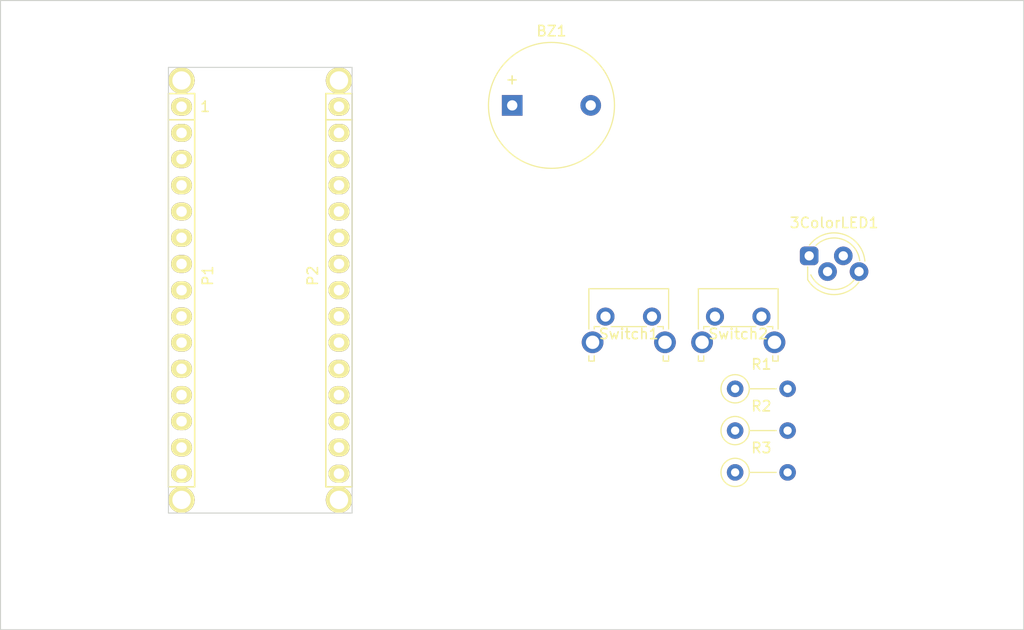
<source format=kicad_pcb>
(kicad_pcb (version 20221018) (generator pcbnew)
  (title_block (date "jeu. 02 avril 2015"))
  (layers (0 "F.Cu" signal) (31 "B.Cu" signal) (34 "B.Paste" user) (35 "F.Paste" user) (36 "B.SilkS" user "B.Silkscreen") (37 "F.SilkS" user "F.Silkscreen") (38 "B.Mask" user) (39 "F.Mask" user) (44 "Edge.Cuts" user))
  (net 0 "")
  (net 1 "/1(Tx)")
  (net 2 "/0(Rx)")
  (net 3 "/Reset")
  (net 4 "GND")
  (net 5 "/2")
  (net 6 "/3(**)")
  (net 7 "/4")
  (net 8 "/5(**)")
  (net 9 "/6(**)")
  (net 10 "/7")
  (net 11 "/8")
  (net 12 "/9(**)")
  (net 13 "Net-(3ColorLED1-K)")
  (net 14 "/10(**{slash}SS)")
  (net 15 "+5V")
  (net 16 "/A7")
  (net 17 "/A6")
  (net 18 "/A5")
  (net 19 "/A4")
  (net 20 "/A3")
  (net 21 "/A2")
  (net 22 "/A1")
  (net 23 "/A0")
  (net 24 "/AREF")
  (net 25 "/13(SCK)")
  (net 26 "/11(**{slash}MOSI)")
  (net 27 "+12V")
  (net 30 "+3V3")
  (net 32 "/12(MISO)")
  (net 34 "+3.3V")
  (footprint "Socket_Arduino_Nano:Socket_Strip_Arduino_1x15" (layer "F.Cu") (at 139.446 71.247 -90)
    (fp_text reference "P1" (at 16.383 -2.54 -90) (layer "F.SilkS"))
    (fp_text value "Digital")
    (fp_line (start -1.27 -1.27) (end -1.27 1.27) (stroke (width 0.15)) (layer "F.SilkS"))
    (fp_line (start -1.27 1.27) (end 1.27 1.27) (stroke (width 0.15)) (layer "F.SilkS"))
    (fp_line (start 1.27 -1.27) (end -1.27 -1.27) (stroke (width 0.15)) (layer "F.SilkS"))
    (fp_line (start 1.27 -1.27) (end 36.83 -1.27) (stroke (width 0.15)) (layer "F.SilkS"))
    (fp_line (start 1.27 1.27) (end 1.27 -1.27) (stroke (width 0.15)) (layer "F.SilkS"))
    (fp_line (start 36.83 -1.27) (end 36.83 1.27) (stroke (width 0.15)) (layer "F.SilkS"))
    (fp_line (start 36.83 1.27) (end 1.27 1.27) (stroke (width 0.15)) (layer "F.SilkS"))
    (pad "1" thru_hole oval locked (at 0 0 270) (size 1.7272 2.032) (drill 1.016) (layers "*.Cu" "*.Mask" "F.SilkS") (net 1 "/1(Tx)"))
    (pad "2" thru_hole oval locked (at 2.54 0 270) (size 1.7272 2.032) (drill 1.016) (layers "*.Cu" "*.Mask" "F.SilkS") (net 2 "/0(Rx)"))
    (pad "3" thru_hole oval locked (at 5.08 0 270) (size 1.7272 2.032) (drill 1.016) (layers "*.Cu" "*.Mask" "F.SilkS") (net 3 "/Reset"))
    (pad "4" thru_hole oval locked (at 7.62 0 270) (size 1.7272 2.032) (drill 1.016) (layers "*.Cu" "*.Mask" "F.SilkS") (net 4 "GND"))
    (pad "5" thru_hole oval locked (at 10.16 0 270) (size 1.7272 2.032) (drill 1.016) (layers "*.Cu" "*.Mask" "F.SilkS") (net 5 "/2"))
    (pad "6" thru_hole oval locked (at 12.7 0 270) (size 1.7272 2.032) (drill 1.016) (layers "*.Cu" "*.Mask" "F.SilkS") (net 6 "/3(**)"))
    (pad "7" thru_hole oval locked (at 15.24 0 270) (size 1.7272 2.032) (drill 1.016) (layers "*.Cu" "*.Mask" "F.SilkS") (net 7 "/4"))
    (pad "8" thru_hole oval locked (at 17.78 0 270) (size 1.7272 2.032) (drill 1.016) (layers "*.Cu" "*.Mask" "F.SilkS") (net 8 "/5(**)"))
    (pad "9" thru_hole oval locked (at 20.32 0 270) (size 1.7272 2.032) (drill 1.016) (layers "*.Cu" "*.Mask" "F.SilkS") (net 9 "/6(**)"))
    (pad "10" thru_hole oval locked (at 22.86 0 270) (size 1.7272 2.032) (drill 1.016) (layers "*.Cu" "*.Mask" "F.SilkS") (net 10 "/7"))
    (pad "11" thru_hole oval locked (at 25.4 0 270) (size 1.7272 2.032) (drill 1.016) (layers "*.Cu" "*.Mask" "F.SilkS") (net 11 "/8"))
    (pad "12" thru_hole oval locked (at 27.94 0 270) (size 1.7272 2.032) (drill 1.016) (layers "*.Cu" "*.Mask" "F.SilkS") (net 12 "/9(**)"))
    (pad "13" thru_hole oval locked (at 30.48 0 270) (size 1.7272 2.032) (drill 1.016) (layers "*.Cu" "*.Mask" "F.SilkS") (net 14 "/10(**{slash}SS)"))
    (pad "14" thru_hole oval locked (at 33.02 0 270) (size 1.7272 2.032) (drill 1.016) (layers "*.Cu" "*.Mask" "F.SilkS") (net 26 "/11(**{slash}MOSI)"))
    (pad "15" thru_hole oval locked (at 35.56 0 270) (size 1.7272 2.032) (drill 1.016) (layers "*.Cu" "*.Mask" "F.SilkS") (net 32 "/12(MISO)"))
  )
  (footprint "Socket_Arduino_Nano:Socket_Strip_Arduino_1x15" (layer "F.Cu") (at 154.686 71.247 -90)
    (fp_text reference "P2" (at 16.383 2.54 -90) (layer "F.SilkS"))
    (fp_text value "Analog")
    (fp_line (start -1.27 -1.27) (end -1.27 1.27) (stroke (width 0.15)) (layer "F.SilkS"))
    (fp_line (start -1.27 1.27) (end 1.27 1.27) (stroke (width 0.15)) (layer "F.SilkS"))
    (fp_line (start 1.27 -1.27) (end -1.27 -1.27) (stroke (width 0.15)) (layer "F.SilkS"))
    (fp_line (start 1.27 -1.27) (end 36.83 -1.27) (stroke (width 0.15)) (layer "F.SilkS"))
    (fp_line (start 1.27 1.27) (end 1.27 -1.27) (stroke (width 0.15)) (layer "F.SilkS"))
    (fp_line (start 36.83 -1.27) (end 36.83 1.27) (stroke (width 0.15)) (layer "F.SilkS"))
    (fp_line (start 36.83 1.27) (end 1.27 1.27) (stroke (width 0.15)) (layer "F.SilkS"))
    (pad "1" thru_hole oval locked (at 0 0 270) (size 1.7272 2.032) (drill 1.016) (layers "*.Cu" "*.Mask" "F.SilkS") (net 27 "+12V"))
    (pad "2" thru_hole oval locked (at 2.54 0 270) (size 1.7272 2.032) (drill 1.016) (layers "*.Cu" "*.Mask" "F.SilkS") (net 4 "GND"))
    (pad "3" thru_hole oval locked (at 5.08 0 270) (size 1.7272 2.032) (drill 1.016) (layers "*.Cu" "*.Mask" "F.SilkS") (net 3 "/Reset"))
    (pad "4" thru_hole oval locked (at 7.62 0 270) (size 1.7272 2.032) (drill 1.016) (layers "*.Cu" "*.Mask" "F.SilkS") (net 15 "+5V"))
    (pad "5" thru_hole oval locked (at 10.16 0 270) (size 1.7272 2.032) (drill 1.016) (layers "*.Cu" "*.Mask" "F.SilkS") (net 16 "/A7"))
    (pad "6" thru_hole oval locked (at 12.7 0 270) (size 1.7272 2.032) (drill 1.016) (layers "*.Cu" "*.Mask" "F.SilkS") (net 17 "/A6"))
    (pad "7" thru_hole oval locked (at 15.24 0 270) (size 1.7272 2.032) (drill 1.016) (layers "*.Cu" "*.Mask" "F.SilkS") (net 18 "/A5"))
    (pad "8" thru_hole oval locked (at 17.78 0 270) (size 1.7272 2.032) (drill 1.016) (layers "*.Cu" "*.Mask" "F.SilkS") (net 19 "/A4"))
    (pad "9" thru_hole oval locked (at 20.32 0 270) (size 1.7272 2.032) (drill 1.016) (layers "*.Cu" "*.Mask" "F.SilkS") (net 20 "/A3"))
    (pad "10" thru_hole oval locked (at 22.86 0 270) (size 1.7272 2.032) (drill 1.016) (layers "*.Cu" "*.Mask" "F.SilkS") (net 21 "/A2"))
    (pad "11" thru_hole oval locked (at 25.4 0 270) (size 1.7272 2.032) (drill 1.016) (layers "*.Cu" "*.Mask" "F.SilkS") (net 22 "/A1"))
    (pad "12" thru_hole oval locked (at 27.94 0 270) (size 1.7272 2.032) (drill 1.016) (layers "*.Cu" "*.Mask" "F.SilkS") (net 23 "/A0"))
    (pad "13" thru_hole oval locked (at 30.48 0 270) (size 1.7272 2.032) (drill 1.016) (layers "*.Cu" "*.Mask" "F.SilkS") (net 24 "/AREF"))
    (pad "14" thru_hole oval locked (at 33.02 0 270) (size 1.7272 2.032) (drill 1.016) (layers "*.Cu" "*.Mask" "F.SilkS") (net 30 "+3V3"))
    (pad "15" thru_hole oval locked (at 35.56 0 270) (size 1.7272 2.032) (drill 1.016) (layers "*.Cu" "*.Mask" "F.SilkS") (net 25 "/13(SCK)"))
  )
  (footprint "Socket_Arduino_Nano:1pin_Nano" (layer "F.Cu") (at 139.446 68.707)
    (fp_text reference "P3" hide)
    (fp_text value "CONN_01X01" hide)
    (pad "1" thru_hole circle locked (at 0 0) (size 2.54 2.54) (drill 1.778) (layers "*.Cu" "*.Mask" "F.SilkS"))
  )
  (footprint "Socket_Arduino_Nano:1pin_Nano" (layer "F.Cu") (at 139.446 109.347)
    (fp_text reference "P4" hide)
    (fp_text value "CONN_01X01" hide)
    (pad "1" thru_hole circle locked (at 0 0) (size 2.54 2.54) (drill 1.778) (layers "*.Cu" "*.Mask" "F.SilkS"))
  )
  (footprint "Socket_Arduino_Nano:1pin_Nano" (layer "F.Cu") (at 154.686 109.347)
    (fp_text reference "P5" hide)
    (fp_text value "CONN_01X01" hide)
    (pad "1" thru_hole circle locked (at 0 0) (size 2.54 2.54) (drill 1.778) (layers "*.Cu" "*.Mask" "F.SilkS"))
  )
  (footprint "Socket_Arduino_Nano:1pin_Nano" (layer "F.Cu") (at 154.686 68.707)
    (fp_text reference "P6" hide)
    (fp_text value "CONN_01X01" hide)
    (pad "1" thru_hole circle locked (at 0 0) (size 2.54 2.54) (drill 1.778) (layers "*.Cu" "*.Mask" "F.SilkS"))
  )
  (footprint "Resistor_THT:R_Axial_DIN0207_L6.3mm_D2.5mm_P5.08mm_Vertical" (layer "F.Cu") (at 193.04 106.68)
    (fp_text reference "R3" (at 2.54 -2.37) (layer "F.SilkS"))
    (fp_text value "330")
    (fp_line (start 1.37 0) (end 3.98 0) (stroke (width 0.12)) (layer "F.SilkS"))
    (fp_circle (center 0 0) (end 1.37 0) (stroke (width 0.12)) (fill none) (layer "F.SilkS"))
    (pad "1" thru_hole circle (at 0 0) (size 1.6 1.6) (drill 0.8) (layers "*.Cu" "*.Mask") (net 4 "GND"))
    (pad "2" thru_hole oval (at 5.08 0) (size 1.6 1.6) (drill 0.8) (layers "*.Cu" "*.Mask") (net 13 "Net-(3ColorLED1-K)"))
  )
  (footprint "Resistor_THT:R_Axial_DIN0207_L6.3mm_D2.5mm_P5.08mm_Vertical" (layer "F.Cu") (at 193.04 102.63)
    (fp_text reference "R2" (at 2.54 -2.37) (layer "F.SilkS"))
    (fp_text value "10k")
    (fp_line (start 1.37 0) (end 3.98 0) (stroke (width 0.12)) (layer "F.SilkS"))
    (fp_circle (center 0 0) (end 1.37 0) (stroke (width 0.12)) (fill none) (layer "F.SilkS"))
    (pad "1" thru_hole circle (at 0 0) (size 1.6 1.6) (drill 0.8) (layers "*.Cu" "*.Mask") (net 11 "/8"))
    (pad "2" thru_hole oval (at 5.08 0) (size 1.6 1.6) (drill 0.8) (layers "*.Cu" "*.Mask") (net 4 "GND"))
  )
  (footprint "Resistor_THT:R_Axial_DIN0207_L6.3mm_D2.5mm_P5.08mm_Vertical" (layer "F.Cu") (at 193.04 98.58)
    (fp_text reference "R1" (at 2.54 -2.37) (layer "F.SilkS"))
    (fp_text value "10k")
    (fp_line (start 1.37 0) (end 3.98 0) (stroke (width 0.12)) (layer "F.SilkS"))
    (fp_circle (center 0 0) (end 1.37 0) (stroke (width 0.12)) (fill none) (layer "F.SilkS"))
    (pad "1" thru_hole circle (at 0 0) (size 1.6 1.6) (drill 0.8) (layers "*.Cu" "*.Mask") (net 10 "/7"))
    (pad "2" thru_hole oval (at 5.08 0) (size 1.6 1.6) (drill 0.8) (layers "*.Cu" "*.Mask") (net 4 "GND"))
  )
  (footprint "Button_Switch_THT:SW_Tactile_SPST_Angled_PTS645Vx83-2LFS" (layer "F.Cu") (at 180.49 91.585)
    (fp_text reference "Switch1" (at 2.25 1.68) (layer "F.SilkS"))
    (fp_text value "SW_SPST")
    (fp_line (start -1.61 -2.7) (end -1.61 1.2) (stroke (width 0.12)) (layer "F.SilkS"))
    (fp_line (start -1.61 -2.7) (end 6.11 -2.7) (stroke (width 0.12)) (layer "F.SilkS"))
    (fp_line (start -1.61 3.8) (end -1.61 4.31) (stroke (width 0.12)) (layer "F.SilkS"))
    (fp_line (start -1.61 4.31) (end -1.09 4.31) (stroke (width 0.12)) (layer "F.SilkS"))
    (fp_line (start -1.09 0.97) (end -1.09 1.2) (stroke (width 0.12)) (layer "F.SilkS"))
    (fp_line (start -1.09 0.97) (end -0.55 0.97) (stroke (width 0.12)) (layer "F.SilkS"))
    (fp_line (start -1.09 3.8) (end -1.09 4.31) (stroke (width 0.12)) (layer "F.SilkS"))
    (fp_line (start 0.55 0.97) (end 3.95 0.97) (stroke (width 0.12)) (layer "F.SilkS"))
    (fp_line (start 5.05 0.97) (end 5.59 0.97) (stroke (width 0.12)) (layer "F.SilkS"))
    (fp_line (start 5.59 0.97) (end 5.59 1.2) (stroke (width 0.12)) (layer "F.SilkS"))
    (fp_line (start 5.59 3.8) (end 5.59 4.31) (stroke (width 0.12)) (layer "F.SilkS"))
    (fp_line (start 5.59 4.31) (end 6.11 4.31) (stroke (width 0.12)) (layer "F.SilkS"))
    (fp_line (start 6.11 -2.7) (end 6.11 1.2) (stroke (width 0.12)) (layer "F.SilkS"))
    (fp_line (start 6.11 3.8) (end 6.11 4.31) (stroke (width 0.12)) (layer "F.SilkS"))
    (pad "" thru_hole circle (at -1.25 2.49) (size 2.1 2.1) (drill 1.3) (layers "*.Cu" "*.Mask"))
    (pad "" thru_hole circle (at 5.76 2.49) (size 2.1 2.1) (drill 1.3) (layers "*.Cu" "*.Mask"))
    (pad "1" thru_hole circle (at 0 0) (size 1.75 1.75) (drill 0.99) (layers "*.Cu" "*.Mask") (net 10 "/7"))
    (pad "2" thru_hole circle (at 4.5 0) (size 1.75 1.75) (drill 0.99) (layers "*.Cu" "*.Mask") (net 34 "+3.3V"))
  )
  (footprint "LED_THT:LED_D5.0mm-4_RGB_Staggered_Pins" (layer "F.Cu") (at 200.21 85.7)
    (fp_text reference "3ColorLED1" (at 2.413 -3.198) (layer "F.SilkS"))
    (fp_text value "LED_BGKR")
    (fp_line (start -0.147 1.061188) (end -0.147 2.307) (stroke (width 0.12)) (layer "F.SilkS"))
    (fp_arc (start 0.028 -1.038) (mid 3.238737 -2.109652) (end 5.389836 0.503784) (stroke (width 0.12)) (layer "F.SilkS"))
    (fp_arc (start 0.660401 -1.015999) (mid 3.242766 -1.592649) (end 4.89309 0.475579) (stroke (width 0.12)) (layer "F.SilkS"))
    (fp_arc (start 4.372086 2.315056) (mid 2.134091 3.246393) (end 0.158316 1.842) (stroke (width 0.12)) (layer "F.SilkS"))
    (fp_arc (start 4.804334 2.556887) (mid 2.262188 3.748194) (end -0.147 2.30683) (stroke (width 0.12)) (layer "F.SilkS"))
    (pad "1" thru_hole roundrect (at 0 0) (size 1.8 1.8) (drill 0.9) (layers "*.Cu" "*.Mask") (net 21 "/A2"))
    (pad "2" thru_hole circle (at 1.778 1.524) (size 1.8 1.8) (drill 0.9) (layers "*.Cu" "*.Mask") (net 22 "/A1"))
    (pad "3" thru_hole circle (at 3.302 0) (size 1.8 1.8) (drill 0.9) (layers "*.Cu" "*.Mask") (net 13 "Net-(3ColorLED1-K)"))
    (pad "4" thru_hole circle (at 4.826 1.524) (size 1.8 1.8) (drill 0.9) (layers "*.Cu" "*.Mask") (net 23 "/A0"))
  )
  (footprint "Buzzer_Beeper:Buzzer_12x9.5RM7.6" (layer "F.Cu") (at 171.46 71.12)
    (fp_text reference "BZ1" (at 3.8 -7.2) (layer "F.SilkS"))
    (fp_text value "Buzzer")
    (fp_text user "+" (at -0.01 -2.54) (layer "F.SilkS"))
    (fp_circle (center 3.8 0) (end 9.9 0) (stroke (width 0.12)) (fill none) (layer "F.SilkS"))
    (pad "1" thru_hole rect (at 0 0) (size 2 2) (drill 1) (layers "*.Cu" "*.Mask") (net 20 "/A3"))
    (pad "2" thru_hole circle (at 7.6 0) (size 2 2) (drill 1) (layers "*.Cu" "*.Mask") (net 4 "GND"))
  )
  (footprint "Button_Switch_THT:SW_Tactile_SPST_Angled_PTS645Vx83-2LFS" (layer "F.Cu") (at 191.09 91.585)
    (fp_text reference "Switch2" (at 2.25 1.68) (layer "F.SilkS"))
    (fp_text value "SW_SPST")
    (fp_line (start -1.61 -2.7) (end -1.61 1.2) (stroke (width 0.12)) (layer "F.SilkS"))
    (fp_line (start -1.61 -2.7) (end 6.11 -2.7) (stroke (width 0.12)) (layer "F.SilkS"))
    (fp_line (start -1.61 3.8) (end -1.61 4.31) (stroke (width 0.12)) (layer "F.SilkS"))
    (fp_line (start -1.61 4.31) (end -1.09 4.31) (stroke (width 0.12)) (layer "F.SilkS"))
    (fp_line (start -1.09 0.97) (end -1.09 1.2) (stroke (width 0.12)) (layer "F.SilkS"))
    (fp_line (start -1.09 0.97) (end -0.55 0.97) (stroke (width 0.12)) (layer "F.SilkS"))
    (fp_line (start -1.09 3.8) (end -1.09 4.31) (stroke (width 0.12)) (layer "F.SilkS"))
    (fp_line (start 0.55 0.97) (end 3.95 0.97) (stroke (width 0.12)) (layer "F.SilkS"))
    (fp_line (start 5.05 0.97) (end 5.59 0.97) (stroke (width 0.12)) (layer "F.SilkS"))
    (fp_line (start 5.59 0.97) (end 5.59 1.2) (stroke (width 0.12)) (layer "F.SilkS"))
    (fp_line (start 5.59 3.8) (end 5.59 4.31) (stroke (width 0.12)) (layer "F.SilkS"))
    (fp_line (start 5.59 4.31) (end 6.11 4.31) (stroke (width 0.12)) (layer "F.SilkS"))
    (fp_line (start 6.11 -2.7) (end 6.11 1.2) (stroke (width 0.12)) (layer "F.SilkS"))
    (fp_line (start 6.11 3.8) (end 6.11 4.31) (stroke (width 0.12)) (layer "F.SilkS"))
    (pad "" thru_hole circle (at -1.25 2.49) (size 2.1 2.1) (drill 1.3) (layers "*.Cu" "*.Mask"))
    (pad "" thru_hole circle (at 5.76 2.49) (size 2.1 2.1) (drill 1.3) (layers "*.Cu" "*.Mask"))
    (pad "1" thru_hole circle (at 0 0) (size 1.75 1.75) (drill 0.99) (layers "*.Cu" "*.Mask") (net 11 "/8"))
    (pad "2" thru_hole circle (at 4.5 0) (size 1.75 1.75) (drill 0.99) (layers "*.Cu" "*.Mask") (net 34 "+3.3V"))
  )
  (gr_line (start 138.176 110.617) (end 155.956 110.617) (stroke (width 0.1)) (layer "Edge.Cuts"))
  (gr_line (start 155.956 67.437) (end 138.176 67.437) (stroke (width 0.1)) (layer "Edge.Cuts"))
  (gr_line (start 155.956 110.617) (end 155.956 67.437) (stroke (width 0.1)) (layer "Edge.Cuts"))
  (gr_rect (start 121.92 60.96) (end 220.98 121.92) (stroke (width 0.1)) (fill none) (layer "Edge.Cuts"))
  (gr_line (start 138.176 67.437) (end 138.176 110.617) (stroke (width 0.1)) (layer "Edge.Cuts"))
  (gr_text "1" (at 141.732 71.247) (layer "F.SilkS") (effects (font (size 1 1))))
)
</source>
